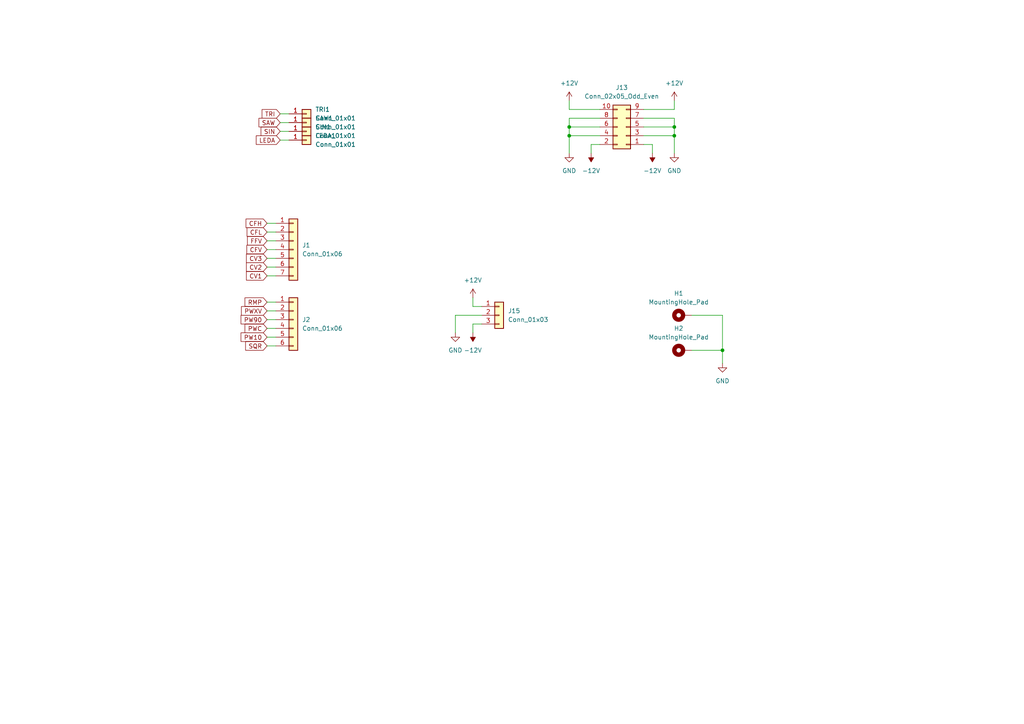
<source format=kicad_sch>
(kicad_sch (version 20230121) (generator eeschema)
  (paper "A4")
  (lib_symbols
    (symbol "Connector_Generic:Conn_01x01" (pin_names (offset 1.016) hide)
      (property "Reference" "J" (at 0 2.54 0))
      (property "Value" "Conn_01x01" (at 0 -2.54 0))
      (symbol "Conn_01x01_1_1"
        (rectangle (start -1.27 0.127) (end 0 -0.127) (stroke (width 0.1524)))
        (rectangle (start -1.27 1.27) (end 1.27 -1.27) (stroke (width 0.254)) (fill (type background)))
        (pin passive line (at -5.08 0 0) (length 3.81) (name "Pin_1") (number "1"))
      )
    )
    (symbol "Connector_Generic:Conn_01x03" (pin_names (offset 1.016) hide)
      (property "Reference" "J" (at 0 5.08 0))
      (property "Value" "Conn_01x03" (at 0 -5.08 0))
      (symbol "Conn_01x03_1_1"
        (rectangle (start -1.27 -2.413) (end 0 -2.667) (stroke (width 0.1524)))
        (rectangle (start -1.27 0.127) (end 0 -0.127) (stroke (width 0.1524)))
        (rectangle (start -1.27 2.667) (end 0 2.413) (stroke (width 0.1524)))
        (rectangle (start -1.27 3.81) (end 1.27 -3.81) (stroke (width 0.254)) (fill (type background)))
        (pin passive line (at -5.08 2.54 0) (length 3.81) (name "Pin_1") (number "1"))
        (pin passive line (at -5.08 0 0) (length 3.81) (name "Pin_2") (number "2"))
        (pin passive line (at -5.08 -2.54 0) (length 3.81) (name "Pin_3") (number "3"))
      )
    )
    (symbol "Connector_Generic:Conn_01x06" (pin_names (offset 1.016) hide)
      (property "Reference" "J" (at 0 7.62 0))
      (property "Value" "Conn_01x06" (at 0 -10.16 0))
      (symbol "Conn_01x06_1_1"
        (rectangle (start -1.27 -7.493) (end 0 -7.747) (stroke (width 0.1524)))
        (rectangle (start -1.27 -4.953) (end 0 -5.207) (stroke (width 0.1524)))
        (rectangle (start -1.27 -2.413) (end 0 -2.667) (stroke (width 0.1524)))
        (rectangle (start -1.27 0.127) (end 0 -0.127) (stroke (width 0.1524)))
        (rectangle (start -1.27 2.667) (end 0 2.413) (stroke (width 0.1524)))
        (rectangle (start -1.27 5.207) (end 0 4.953) (stroke (width 0.1524)))
        (rectangle (start -1.27 6.35) (end 1.27 -8.89) (stroke (width 0.254)) (fill (type background)))
        (pin passive line (at -5.08 5.08 0) (length 3.81) (name "Pin_1") (number "1"))
        (pin passive line (at -5.08 2.54 0) (length 3.81) (name "Pin_2") (number "2"))
        (pin passive line (at -5.08 0 0) (length 3.81) (name "Pin_3") (number "3"))
        (pin passive line (at -5.08 -2.54 0) (length 3.81) (name "Pin_4") (number "4"))
        (pin passive line (at -5.08 -5.08 0) (length 3.81) (name "Pin_5") (number "5"))
        (pin passive line (at -5.08 -7.62 0) (length 3.81) (name "Pin_6") (number "6"))
      )
    )
    (symbol "Connector_Generic:Conn_01x07" (pin_names (offset 1.016) hide)
      (property "Reference" "J" (at 0 10.16 0))
      (property "Value" "Conn_01x07" (at 0 -10.16 0))
      (symbol "Conn_01x07_1_1"
        (rectangle (start -1.27 -7.493) (end 0 -7.747) (stroke (width 0.1524)))
        (rectangle (start -1.27 -4.953) (end 0 -5.207) (stroke (width 0.1524)))
        (rectangle (start -1.27 -2.413) (end 0 -2.667) (stroke (width 0.1524)))
        (rectangle (start -1.27 0.127) (end 0 -0.127) (stroke (width 0.1524)))
        (rectangle (start -1.27 2.667) (end 0 2.413) (stroke (width 0.1524)))
        (rectangle (start -1.27 5.207) (end 0 4.953) (stroke (width 0.1524)))
        (rectangle (start -1.27 7.747) (end 0 7.493) (stroke (width 0.1524)))
        (rectangle (start -1.27 8.89) (end 1.27 -8.89) (stroke (width 0.254)) (fill (type background)))
        (pin passive line (at -5.08 7.62 0) (length 3.81) (name "Pin_1") (number "1"))
        (pin passive line (at -5.08 5.08 0) (length 3.81) (name "Pin_2") (number "2"))
        (pin passive line (at -5.08 2.54 0) (length 3.81) (name "Pin_3") (number "3"))
        (pin passive line (at -5.08 0 0) (length 3.81) (name "Pin_4") (number "4"))
        (pin passive line (at -5.08 -2.54 0) (length 3.81) (name "Pin_5") (number "5"))
        (pin passive line (at -5.08 -5.08 0) (length 3.81) (name "Pin_6") (number "6"))
        (pin passive line (at -5.08 -7.62 0) (length 3.81) (name "Pin_7") (number "7"))
      )
    )
    (symbol "Connector_Generic:Conn_02x05_Odd_Even" (pin_names (offset 1.016) hide)
      (property "Reference" "J" (at 1.27 7.62 0))
      (property "Value" "Conn_02x05_Odd_Even" (at 1.27 -7.62 0))
      (symbol "Conn_02x05_Odd_Even_1_1"
        (rectangle (start -1.27 -4.953) (end 0 -5.207) (stroke (width 0.1524)))
        (rectangle (start -1.27 -2.413) (end 0 -2.667) (stroke (width 0.1524)))
        (rectangle (start -1.27 0.127) (end 0 -0.127) (stroke (width 0.1524)))
        (rectangle (start -1.27 2.667) (end 0 2.413) (stroke (width 0.1524)))
        (rectangle (start -1.27 5.207) (end 0 4.953) (stroke (width 0.1524)))
        (rectangle (start -1.27 6.35) (end 3.81 -6.35) (stroke (width 0.254)) (fill (type background)))
        (rectangle (start 3.81 -4.953) (end 2.54 -5.207) (stroke (width 0.1524)))
        (rectangle (start 3.81 -2.413) (end 2.54 -2.667) (stroke (width 0.1524)))
        (rectangle (start 3.81 0.127) (end 2.54 -0.127) (stroke (width 0.1524)))
        (rectangle (start 3.81 2.667) (end 2.54 2.413) (stroke (width 0.1524)))
        (rectangle (start 3.81 5.207) (end 2.54 4.953) (stroke (width 0.1524)))
        (pin passive line (at -5.08 5.08 0) (length 3.81) (name "Pin_1") (number "1"))
        (pin passive line (at 7.62 -5.08 180) (length 3.81) (name "Pin_10") (number "10"))
        (pin passive line (at 7.62 5.08 180) (length 3.81) (name "Pin_2") (number "2"))
        (pin passive line (at -5.08 2.54 0) (length 3.81) (name "Pin_3") (number "3"))
        (pin passive line (at 7.62 2.54 180) (length 3.81) (name "Pin_4") (number "4"))
        (pin passive line (at -5.08 0 0) (length 3.81) (name "Pin_5") (number "5"))
        (pin passive line (at 7.62 0 180) (length 3.81) (name "Pin_6") (number "6"))
        (pin passive line (at -5.08 -2.54 0) (length 3.81) (name "Pin_7") (number "7"))
        (pin passive line (at 7.62 -2.54 180) (length 3.81) (name "Pin_8") (number "8"))
        (pin passive line (at -5.08 -5.08 0) (length 3.81) (name "Pin_9") (number "9"))
      )
    )
    (symbol "Mechanical:MountingHole_Pad" (pin_numbers hide) (pin_names (offset 1.016) hide)
      (property "Reference" "H" (at 0 6.35 0))
      (property "Value" "MountingHole_Pad" (at 0 4.445 0))
      (symbol "MountingHole_Pad_0_1"
        (circle (center 0 1.27) (radius 1.27) (stroke (width 1.27)))
      )
      (symbol "MountingHole_Pad_1_1"
        (pin input line (at 0 -2.54 90) (length 2.54) (name "1") (number "1"))
      )
    )
    (symbol "power:+12V" (power) (pin_names (offset 0))
      (property "Value" "+12V" (at 0 3.556 0))
      (symbol "+12V_0_1"
        (polyline (pts (xy -0.762 1.27) (xy 0 2.54)))
        (polyline (pts (xy 0 0) (xy 0 2.54)))
        (polyline (pts (xy 0 2.54) (xy 0.762 1.27)))
      )
      (symbol "+12V_1_1"
        (pin power_in line (at 0 0 90) (length 0) hide (name "+12V") (number "1"))
      )
    )
    (symbol "power:-12V" (power) (pin_names (offset 0))
      (property "Value" "-12V" (at 0 3.81 0))
      (symbol "-12V_0_0"
        (pin power_in line (at 0 0 90) (length 0) hide (name "-12V") (number "1"))
      )
      (symbol "-12V_0_1"
        (polyline (pts (xy 0 0) (xy 0 1.27) (xy 0.762 1.27) (xy 0 2.54) (xy -0.762 1.27) (xy 0 1.27)) (fill (type outline)))
      )
    )
    (symbol "power:GND" (power) (pin_names (offset 0))
      (property "Value" "GND" (at 0 -3.81 0))
      (symbol "GND_0_1"
        (polyline (pts (xy 0 0) (xy 0 -1.27) (xy 1.27 -1.27) (xy 0 -2.54) (xy -1.27 -1.27) (xy 0 -1.27)))
      )
      (symbol "GND_1_1"
        (pin power_in line (at 0 0 270) (length 0) hide (name "GND") (number "1"))
      )
    )
  )
  (junction (at 165.1 39.37))
  (junction (at 195.58 36.83))
  (junction (at 165.1 36.83))
  (junction (at 209.55 101.6))
  (junction (at 195.58 39.37))
  (wire (pts (xy 81.28 35.56) (xy 83.82 35.56)))
  (wire (pts (xy 195.58 39.37) (xy 195.58 44.45)))
  (wire (pts (xy 81.28 38.1) (xy 83.82 38.1)))
  (wire (pts (xy 81.28 33.02) (xy 83.82 33.02)))
  (wire (pts (xy 77.47 74.93) (xy 80.01 74.93)))
  (wire (pts (xy 173.99 31.75) (xy 165.1 31.75)))
  (wire (pts (xy 77.47 90.17) (xy 80.01 90.17)))
  (wire (pts (xy 137.16 88.9) (xy 137.16 86.36)))
  (wire (pts (xy 137.16 93.98) (xy 137.16 96.52)))
  (wire (pts (xy 81.28 40.64) (xy 83.82 40.64)))
  (wire (pts (xy 77.47 95.25) (xy 80.01 95.25)))
  (wire (pts (xy 139.7 91.44) (xy 132.08 91.44)))
  (wire (pts (xy 139.7 93.98) (xy 137.16 93.98)))
  (wire (pts (xy 200.66 101.6) (xy 209.55 101.6)))
  (wire (pts (xy 186.69 41.91) (xy 189.23 41.91)))
  (wire (pts (xy 77.47 69.85) (xy 80.01 69.85)))
  (wire (pts (xy 77.47 72.39) (xy 80.01 72.39)))
  (wire (pts (xy 139.7 88.9) (xy 137.16 88.9)))
  (wire (pts (xy 173.99 41.91) (xy 171.45 41.91)))
  (wire (pts (xy 186.69 39.37) (xy 195.58 39.37)))
  (wire (pts (xy 186.69 36.83) (xy 195.58 36.83)))
  (wire (pts (xy 77.47 64.77) (xy 80.01 64.77)))
  (wire (pts (xy 77.47 80.01) (xy 80.01 80.01)))
  (wire (pts (xy 195.58 34.29) (xy 195.58 36.83)))
  (wire (pts (xy 189.23 41.91) (xy 189.23 44.45)))
  (wire (pts (xy 165.1 36.83) (xy 173.99 36.83)))
  (wire (pts (xy 77.47 100.33) (xy 80.01 100.33)))
  (wire (pts (xy 186.69 31.75) (xy 195.58 31.75)))
  (wire (pts (xy 165.1 34.29) (xy 165.1 36.83)))
  (wire (pts (xy 209.55 101.6) (xy 209.55 91.44)))
  (wire (pts (xy 165.1 36.83) (xy 165.1 39.37)))
  (wire (pts (xy 77.47 92.71) (xy 80.01 92.71)))
  (wire (pts (xy 77.47 87.63) (xy 80.01 87.63)))
  (wire (pts (xy 77.47 97.79) (xy 80.01 97.79)))
  (wire (pts (xy 165.1 39.37) (xy 173.99 39.37)))
  (wire (pts (xy 165.1 31.75) (xy 165.1 29.21)))
  (wire (pts (xy 171.45 41.91) (xy 171.45 44.45)))
  (wire (pts (xy 173.99 34.29) (xy 165.1 34.29)))
  (wire (pts (xy 209.55 101.6) (xy 209.55 105.41)))
  (wire (pts (xy 195.58 31.75) (xy 195.58 29.21)))
  (wire (pts (xy 132.08 91.44) (xy 132.08 96.52)))
  (wire (pts (xy 186.69 34.29) (xy 195.58 34.29)))
  (wire (pts (xy 209.55 91.44) (xy 200.66 91.44)))
  (wire (pts (xy 77.47 77.47) (xy 80.01 77.47)))
  (wire (pts (xy 165.1 39.37) (xy 165.1 44.45)))
  (wire (pts (xy 195.58 36.83) (xy 195.58 39.37)))
  (wire (pts (xy 77.47 67.31) (xy 80.01 67.31)))
  (global_label "PWC" (shape input) (at 77.47 95.25 180) (property "Intersheetrefs" "${INTERSHEET_REFS}" (effects hide)))
  (global_label "CFH" (shape input) (at 77.47 64.77 180) (property "Intersheetrefs" "${INTERSHEET_REFS}" (effects hide)))
  (global_label "CFV" (shape input) (at 77.47 72.39 180) (property "Intersheetrefs" "${INTERSHEET_REFS}" (effects hide)))
  (global_label "PW90" (shape input) (at 77.47 92.71 180) (property "Intersheetrefs" "${INTERSHEET_REFS}" (effects hide)))
  (global_label "SAW" (shape input) (at 81.28 35.56 180) (property "Intersheetrefs" "${INTERSHEET_REFS}" (effects hide)))
  (global_label "SQR" (shape input) (at 77.47 100.33 180) (property "Intersheetrefs" "${INTERSHEET_REFS}" (effects hide)))
  (global_label "LEDA" (shape input) (at 81.28 40.64 180) (property "Intersheetrefs" "${INTERSHEET_REFS}" (effects hide)))
  (global_label "CV2" (shape input) (at 77.47 77.47 180) (property "Intersheetrefs" "${INTERSHEET_REFS}" (effects hide)))
  (global_label "FFV" (shape input) (at 77.47 69.85 180) (property "Intersheetrefs" "${INTERSHEET_REFS}" (effects hide)))
  (global_label "RMP" (shape input) (at 77.47 87.63 180) (property "Intersheetrefs" "${INTERSHEET_REFS}" (effects hide)))
  (global_label "PW10" (shape input) (at 77.47 97.79 180) (property "Intersheetrefs" "${INTERSHEET_REFS}" (effects hide)))
  (global_label "PWXV" (shape input) (at 77.47 90.17 180) (property "Intersheetrefs" "${INTERSHEET_REFS}" (effects hide)))
  (global_label "CFL" (shape input) (at 77.47 67.31 180) (property "Intersheetrefs" "${INTERSHEET_REFS}" (effects hide)))
  (global_label "SIN" (shape input) (at 81.28 38.1 180) (property "Intersheetrefs" "${INTERSHEET_REFS}" (effects hide)))
  (global_label "CV1" (shape input) (at 77.47 80.01 180) (property "Intersheetrefs" "${INTERSHEET_REFS}" (effects hide)))
  (global_label "TRI" (shape input) (at 81.28 33.02 180) (property "Intersheetrefs" "${INTERSHEET_REFS}" (effects hide)))
  (global_label "CV3" (shape input) (at 77.47 74.93 180) (property "Intersheetrefs" "${INTERSHEET_REFS}" (effects hide)))
  (symbol (lib_id "Connector_Generic:Conn_01x01") (at 88.9 33.02 0) (unit 1)
    (property "Reference" "TRI1" (at 91.44 31.75 0) (effects (justify left)))
    (property "Value" "Conn_01x01" (at 91.44 34.29 0) (effects (justify left)))
    (property "Footprint" "Connector_PinHeader_2.54mm:PinHeader_1x01_P2.54mm_Vertical" (effects hide))
  )
  (symbol (lib_id "power:GND") (at 209.55 105.41 0) (unit 1)
    (property "Reference" "#PWR061" (effects hide))
    (property "Value" "GND" (at 209.55 110.49 0))
    (instances (project "VCA" (path "" (reference "#PWR061") (unit 1))) (project "LFO" (path "" (reference "#PWR060") (unit 1))))
  )
  (symbol (lib_id "Connector_Generic:Conn_02x05_Odd_Even") (at 181.61 36.83 180) (unit 1)
    (property "Reference" "J13" (at 180.34 25.4 0))
    (property "Value" "Conn_02x05_Odd_Even" (at 180.34 27.94 0))
    (property "Footprint" "Connector_PinHeader_2.54mm:PinHeader_2x05_P2.54mm_Vertical" (effects hide))
    (instances (project "VCO" (path "" (reference "J13") (unit 1)) (path "" (reference "J11") (unit 1))) (project "VCA" (path "" (reference "J9") (unit 1))) (project "LFO" (path "" (reference "J4") (unit 1))))
  )
  (symbol (lib_id "power:-12V") (at 137.16 96.52 180) (unit 1)
    (property "Reference" "#PWR055" (effects hide))
    (property "Value" "-12V" (at 137.16 101.6 0))
    (instances (project "VCO" (path "" (reference "#PWR055") (unit 1))) (project "LFO-controls" (path "" (reference "#PWR014") (unit 1))) (project "VCA" (path "" (reference "#PWR054") (unit 1))) (project "LFO" (path "" (reference "#PWR053") (unit 1))))
  )
  (symbol (lib_id "power:GND") (at 132.08 96.52 0) (unit 1)
    (property "Reference" "#PWR054" (effects hide))
    (property "Value" "GND" (at 132.08 101.6 0))
    (instances (project "VCO" (path "" (reference "#PWR054") (unit 1))) (project "LFO-controls" (path "" (reference "#PWR012") (unit 1))) (project "VCA" (path "" (reference "#PWR053") (unit 1))) (project "LFO" (path "" (reference "#PWR051") (unit 1))))
  )
  (symbol (lib_id "Connector_Generic:Conn_01x06") (at 85.09 92.71 0) (unit 1)
    (property "Reference" "J2" (at 87.63 92.71 0) (effects (justify left)))
    (property "Value" "Conn_01x06" (at 87.63 95.25 0) (effects (justify left)))
    (property "Footprint" "Connector_PinHeader_2.54mm:PinHeader_1x06_P2.54mm_Vertical" (effects hide))
  )
  (symbol (lib_id "Mechanical:MountingHole_Pad") (at 198.12 91.44 90) (unit 1)
    (property "Reference" "H1" (at 196.85 85.09 90))
    (property "Value" "MountingHole_Pad" (at 196.85 87.63 90))
    (property "Footprint" "MountingHole:MountingHole_3.2mm_M3_DIN965_Pad" (effects hide))
  )
  (symbol (lib_id "power:GND") (at 195.58 44.45 0) (unit 1)
    (property "Reference" "#PWR058" (effects hide))
    (property "Value" "GND" (at 195.58 49.53 0))
    (instances (project "VCO" (path "" (reference "#PWR058") (unit 1))) (project "VCA" (path "" (reference "#PWR057") (unit 1))) (project "LFO" (path "" (reference "#PWR059") (unit 1))))
  )
  (symbol (lib_id "Connector_Generic:Conn_01x01") (at 88.9 40.64 0) (unit 1)
    (property "Reference" "LEDA1" (at 91.44 39.37 0) (effects (justify left)))
    (property "Value" "Conn_01x01" (at 91.44 41.91 0) (effects (justify left)))
    (property "Footprint" "Connector_PinHeader_2.54mm:PinHeader_1x01_P2.54mm_Vertical" (effects hide))
  )
  (symbol (lib_id "power:+12V") (at 165.1 29.21 0) (unit 1)
    (property "Reference" "#PWR053" (effects hide))
    (property "Value" "+12V" (at 165.1 24.13 0))
    (instances (project "VCO" (path "" (reference "#PWR053") (unit 1))) (project "VCA" (path "" (reference "#PWR052") (unit 1))) (project "LFO" (path "" (reference "#PWR054") (unit 1))))
  )
  (symbol (lib_id "Connector_Generic:Conn_01x01") (at 88.9 35.56 0) (unit 1)
    (property "Reference" "SAW1" (at 91.44 34.29 0) (effects (justify left)))
    (property "Value" "Conn_01x01" (at 91.44 36.83 0) (effects (justify left)))
    (property "Footprint" "Connector_PinHeader_2.54mm:PinHeader_1x01_P2.54mm_Vertical" (effects hide))
  )
  (symbol (lib_id "power:+12V") (at 137.16 86.36 0) (unit 1)
    (property "Reference" "#PWR053" (effects hide))
    (property "Value" "+12V" (at 137.16 81.28 0))
    (instances (project "VCO" (path "" (reference "#PWR053") (unit 1))) (project "LFO-controls" (path "" (reference "#PWR013") (unit 1))) (project "VCA" (path "" (reference "#PWR052") (unit 1))) (project "LFO" (path "" (reference "#PWR052") (unit 1))))
  )
  (symbol (lib_id "power:+12V") (at 195.58 29.21 0) (unit 1)
    (property "Reference" "#PWR057" (effects hide))
    (property "Value" "+12V" (at 195.58 24.13 0))
    (instances (project "VCO" (path "" (reference "#PWR057") (unit 1))) (project "VCA" (path "" (reference "#PWR056") (unit 1))) (project "LFO" (path "" (reference "#PWR058") (unit 1))))
  )
  (symbol (lib_id "power:-12V") (at 189.23 44.45 180) (unit 1)
    (property "Reference" "#PWR056" (effects hide))
    (property "Value" "-12V" (at 189.23 49.53 0))
    (instances (project "VCO" (path "" (reference "#PWR056") (unit 1))) (project "VCA" (path "" (reference "#PWR055") (unit 1))) (project "LFO" (path "" (reference "#PWR057") (unit 1))))
  )
  (symbol (lib_id "Mechanical:MountingHole_Pad") (at 198.12 101.6 90) (unit 1)
    (property "Reference" "H2" (at 196.85 95.25 90))
    (property "Value" "MountingHole_Pad" (at 196.85 97.79 90))
    (property "Footprint" "MountingHole:MountingHole_3.2mm_M3_DIN965_Pad" (effects hide))
  )
  (symbol (lib_id "power:GND") (at 165.1 44.45 0) (unit 1)
    (property "Reference" "#PWR054" (effects hide))
    (property "Value" "GND" (at 165.1 49.53 0))
    (instances (project "VCO" (path "" (reference "#PWR054") (unit 1))) (project "VCA" (path "" (reference "#PWR053") (unit 1))) (project "LFO" (path "" (reference "#PWR055") (unit 1))))
  )
  (symbol (lib_id "Connector_Generic:Conn_01x07") (at 85.09 72.39 0) (unit 1)
    (property "Reference" "J1" (at 87.63 71.12 0) (effects (justify left)))
    (property "Value" "Conn_01x06" (at 87.63 73.66 0) (effects (justify left)))
    (property "Footprint" "Connector_PinHeader_2.54mm:PinHeader_1x07_P2.54mm_Vertical" (effects hide))
  )
  (symbol (lib_id "Connector_Generic:Conn_01x01") (at 88.9 38.1 0) (unit 1)
    (property "Reference" "SIN1" (at 91.44 36.83 0) (effects (justify left)))
    (property "Value" "Conn_01x01" (at 91.44 39.37 0) (effects (justify left)))
    (property "Footprint" "Connector_PinHeader_2.54mm:PinHeader_1x01_P2.54mm_Vertical" (effects hide))
  )
  (symbol (lib_id "Connector_Generic:Conn_01x03") (at 144.78 91.44 0) (unit 1)
    (property "Reference" "J15" (at 147.32 90.17 0) (effects (justify left)))
    (property "Value" "Conn_01x03" (at 147.32 92.71 0) (effects (justify left)))
    (property "Footprint" "Connector_PinHeader_2.54mm:PinHeader_1x03_P2.54mm_Vertical" (effects hide))
    (instances (project "LFO-controls" (path "" (reference "J15") (unit 1))) (project "LFO" (path "" (reference "J3") (unit 1))))
  )
  (symbol (lib_id "power:-12V") (at 171.45 44.45 180) (unit 1)
    (property "Reference" "#PWR055" (effects hide))
    (property "Value" "-12V" (at 171.45 49.53 0))
    (instances (project "VCO" (path "" (reference "#PWR055") (unit 1))) (project "VCA" (path "" (reference "#PWR054") (unit 1))) (project "LFO" (path "" (reference "#PWR056") (unit 1))))
  )
)
</source>
